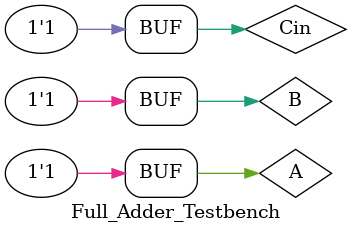
<source format=v>
`timescale 1ns / 1ps


module Full_Adder_Testbench;

	// Inputs
	reg A;
	reg B;
	reg Cin;

	// Outputs
	wire S;
	wire Cout;

	// Instantiate the Unit Under Test (UUT)
	Full_Adder uut (
		.A(A), 
		.B(B), 
		.Cin(Cin), 
		.S(S), 
		.Cout(Cout)
	);

	initial begin
		// Initialize Inputs
		A = 0;
		B = 0;
		Cin = 0;

		// Wait 100 ns for global reset to finish
		//#100;
		// Add stimulus here
		A=0;B=0;Cin=0;#10
		A=0;B=0;Cin=1;#10
		A=0;B=1;Cin=0;#10
		A=0;B=1;Cin=1;#10
		A=1;B=0;Cin=0;#10
		A=1;B=0;Cin=1;#10
		A=1;B=1;Cin=0;#10
		A=1;B=1;Cin=1;
	end
endmodule


</source>
